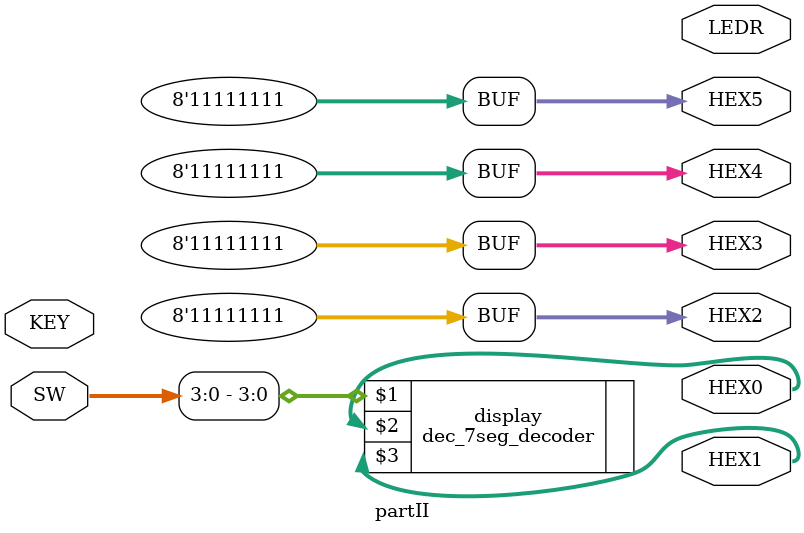
<source format=v>


module partII(

	//////////// SEG7 //////////
	output		     [7:0]		HEX0,
	output		     [7:0]		HEX1,
	output		     [7:0]		HEX2,
	output		     [7:0]		HEX3,
	output		     [7:0]		HEX4,
	output		     [7:0]		HEX5,

	//////////// KEY //////////
	input 		     [1:0]		KEY,

	//////////// LED //////////
	output		     [9:0]		LEDR,

	//////////// SW //////////
	input 		     [9:0]		SW
);



//=======================================================
//  REG/WIRE declarations
//=======================================================




//=======================================================
//  Structural coding
//=======================================================

	assign HEX5[7:0] = 8'b1111_1111;
	assign HEX4[7:0] = 8'b1111_1111;
	assign HEX3[7:0] = 8'b1111_1111;
	assign HEX2[7:0] = 8'b1111_1111;
	dec_7seg_decoder display(SW[3:0], HEX0[7:0], HEX1[7:0]);

endmodule

</source>
